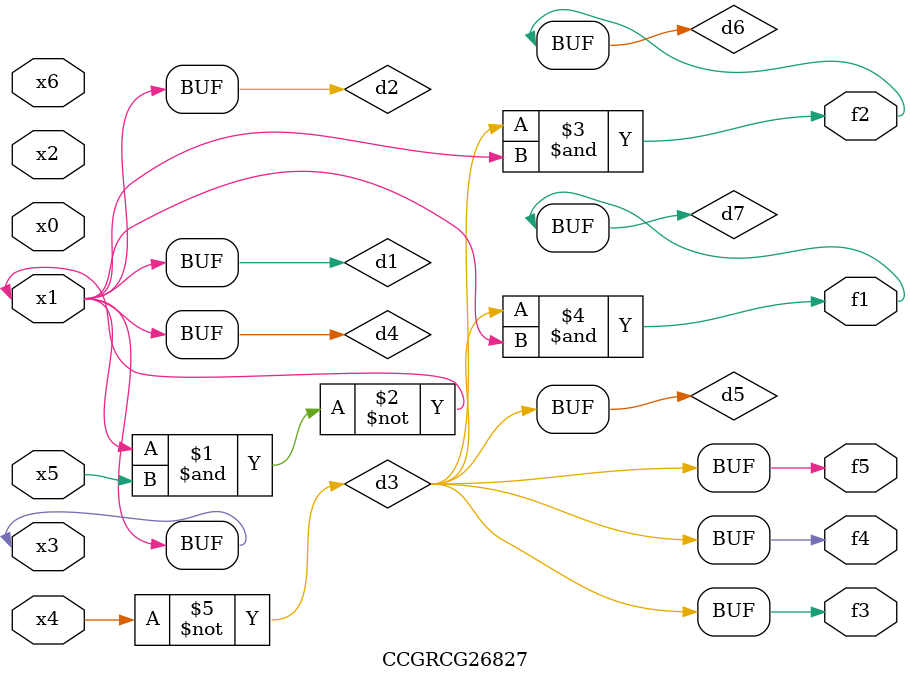
<source format=v>
module CCGRCG26827(
	input x0, x1, x2, x3, x4, x5, x6,
	output f1, f2, f3, f4, f5
);

	wire d1, d2, d3, d4, d5, d6, d7;

	buf (d1, x1, x3);
	nand (d2, x1, x5);
	not (d3, x4);
	buf (d4, d1, d2);
	buf (d5, d3);
	and (d6, d3, d4);
	and (d7, d3, d4);
	assign f1 = d7;
	assign f2 = d6;
	assign f3 = d5;
	assign f4 = d5;
	assign f5 = d5;
endmodule

</source>
